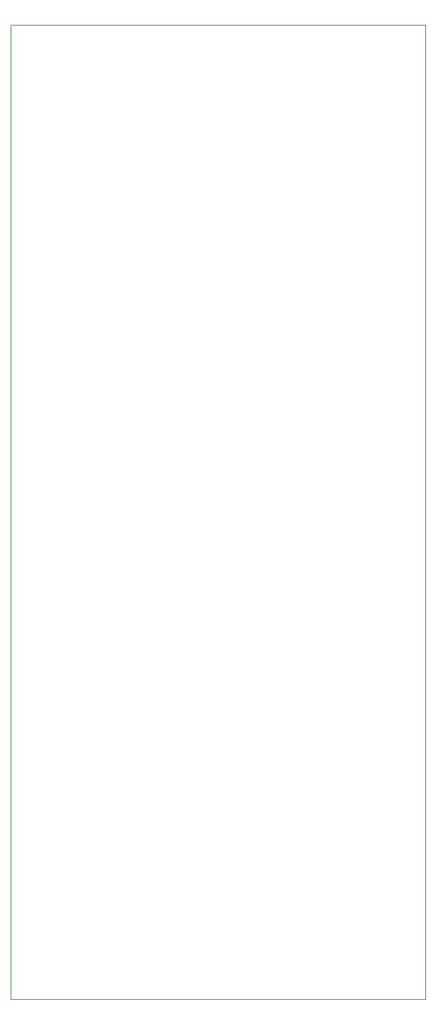
<source format=gm1>
G04 #@! TF.GenerationSoftware,KiCad,Pcbnew,7.0.5*
G04 #@! TF.CreationDate,2023-09-06T13:43:01-04:00*
G04 #@! TF.ProjectId,INS-1 Matrix_DRC,494e532d-3120-44d6-9174-7269785f4452,rev?*
G04 #@! TF.SameCoordinates,Original*
G04 #@! TF.FileFunction,Profile,NP*
%FSLAX46Y46*%
G04 Gerber Fmt 4.6, Leading zero omitted, Abs format (unit mm)*
G04 Created by KiCad (PCBNEW 7.0.5) date 2023-09-06 13:43:01*
%MOMM*%
%LPD*%
G01*
G04 APERTURE LIST*
G04 #@! TA.AperFunction,Profile*
%ADD10C,0.100000*%
G04 #@! TD*
G04 APERTURE END LIST*
D10*
X50800000Y-38100000D02*
X50800000Y-154305000D01*
X100203000Y-38100000D02*
X50800000Y-38100000D01*
X50800000Y-154305000D02*
X100203000Y-154305000D01*
X100203000Y-154305000D02*
X100203000Y-38100000D01*
M02*

</source>
